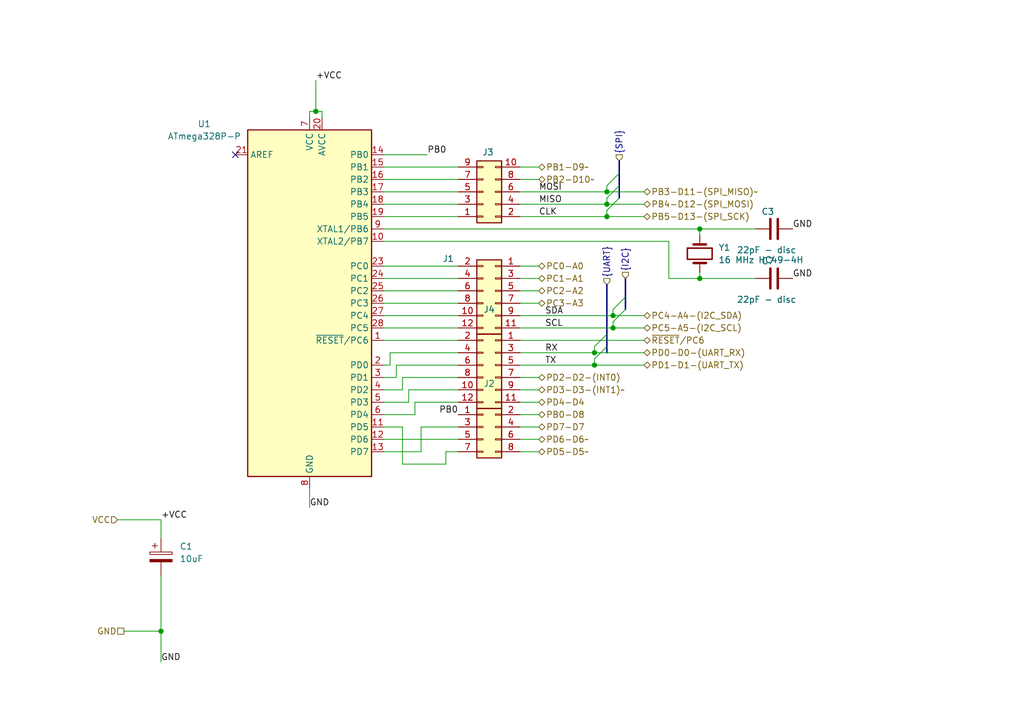
<source format=kicad_sch>
(kicad_sch (version 20250114) (generator "eeschema") (generator_version "9.0")
  (paper "A5")
  (title_block (title "MCU interfaces") (date "2024-04-17") (rev "1.0"))
  (lib_symbols
    (symbol "Connector_Generic:Conn_02x04_Odd_Even" (pin_names (offset 1.016) (hide yes))
      (property "Reference" "J" (at 1.27 5.08 0))
      (property "Value" "Conn_02x04_Odd_Even" (at 1.27 -7.62 0))
      (symbol "Conn_02x04_Odd_Even_1_1"
        (rectangle (start -1.27 3.81) (end 3.81 -6.35) (stroke (width 0.254)) (fill (type background)))
        (rectangle (start -1.27 2.667) (end 0 2.413) (stroke (width 0.1524)))
        (rectangle (start -1.27 0.127) (end 0 -0.127) (stroke (width 0.1524)))
        (rectangle (start -1.27 -2.413) (end 0 -2.667) (stroke (width 0.1524)))
        (rectangle (start -1.27 -4.953) (end 0 -5.207) (stroke (width 0.1524)))
        (rectangle (start 3.81 2.667) (end 2.54 2.413) (stroke (width 0.1524)))
        (rectangle (start 3.81 0.127) (end 2.54 -0.127) (stroke (width 0.1524)))
        (rectangle (start 3.81 -2.413) (end 2.54 -2.667) (stroke (width 0.1524)))
        (rectangle (start 3.81 -4.953) (end 2.54 -5.207) (stroke (width 0.1524)))
        (pin passive line (at -5.08 2.54 0) (length 3.81) (name "Pin_1") (number "1"))
        (pin passive line (at -5.08 0 0) (length 3.81) (name "Pin_3") (number "3"))
        (pin passive line (at -5.08 -2.54 0) (length 3.81) (name "Pin_5") (number "5"))
        (pin passive line (at -5.08 -5.08 0) (length 3.81) (name "Pin_7") (number "7"))
        (pin passive line (at 7.62 2.54 180) (length 3.81) (name "Pin_2") (number "2"))
        (pin passive line (at 7.62 0 180) (length 3.81) (name "Pin_4") (number "4"))
        (pin passive line (at 7.62 -2.54 180) (length 3.81) (name "Pin_6") (number "6"))
        (pin passive line (at 7.62 -5.08 180) (length 3.81) (name "Pin_8") (number "8"))
      )
    )
    (symbol "Connector_Generic:Conn_02x05_Odd_Even" (pin_names (offset 1.016) (hide yes))
      (property "Reference" "J" (at 1.27 7.62 0))
      (property "Value" "Conn_02x05_Odd_Even" (at 1.27 -7.62 0))
      (symbol "Conn_02x05_Odd_Even_1_1"
        (rectangle (start -1.27 6.35) (end 3.81 -6.35) (stroke (width 0.254)) (fill (type background)))
        (rectangle (start -1.27 5.207) (end 0 4.953) (stroke (width 0.1524)))
        (rectangle (start -1.27 2.667) (end 0 2.413) (stroke (width 0.1524)))
        (rectangle (start -1.27 0.127) (end 0 -0.127) (stroke (width 0.1524)))
        (rectangle (start -1.27 -2.413) (end 0 -2.667) (stroke (width 0.1524)))
        (rectangle (start -1.27 -4.953) (end 0 -5.207) (stroke (width 0.1524)))
        (rectangle (start 3.81 5.207) (end 2.54 4.953) (stroke (width 0.1524)))
        (rectangle (start 3.81 2.667) (end 2.54 2.413) (stroke (width 0.1524)))
        (rectangle (start 3.81 0.127) (end 2.54 -0.127) (stroke (width 0.1524)))
        (rectangle (start 3.81 -2.413) (end 2.54 -2.667) (stroke (width 0.1524)))
        (rectangle (start 3.81 -4.953) (end 2.54 -5.207) (stroke (width 0.1524)))
        (pin passive line (at -5.08 5.08 0) (length 3.81) (name "Pin_1") (number "1"))
        (pin passive line (at -5.08 2.54 0) (length 3.81) (name "Pin_3") (number "3"))
        (pin passive line (at -5.08 0 0) (length 3.81) (name "Pin_5") (number "5"))
        (pin passive line (at -5.08 -2.54 0) (length 3.81) (name "Pin_7") (number "7"))
        (pin passive line (at -5.08 -5.08 0) (length 3.81) (name "Pin_9") (number "9"))
        (pin passive line (at 7.62 5.08 180) (length 3.81) (name "Pin_2") (number "2"))
        (pin passive line (at 7.62 2.54 180) (length 3.81) (name "Pin_4") (number "4"))
        (pin passive line (at 7.62 0 180) (length 3.81) (name "Pin_6") (number "6"))
        (pin passive line (at 7.62 -2.54 180) (length 3.81) (name "Pin_8") (number "8"))
        (pin passive line (at 7.62 -5.08 180) (length 3.81) (name "Pin_10") (number "10"))
      )
    )
    (symbol "Connector_Generic:Conn_02x06_Odd_Even" (pin_names (offset 1.016) (hide yes))
      (property "Reference" "J" (at 1.27 7.62 0))
      (property "Value" "Conn_02x06_Odd_Even" (at 1.27 -10.16 0))
      (symbol "Conn_02x06_Odd_Even_1_1"
        (rectangle (start -1.27 6.35) (end 3.81 -8.89) (stroke (width 0.254)) (fill (type background)))
        (rectangle (start -1.27 5.207) (end 0 4.953) (stroke (width 0.1524)))
        (rectangle (start -1.27 2.667) (end 0 2.413) (stroke (width 0.1524)))
        (rectangle (start -1.27 0.127) (end 0 -0.127) (stroke (width 0.1524)))
        (rectangle (start -1.27 -2.413) (end 0 -2.667) (stroke (width 0.1524)))
        (rectangle (start -1.27 -4.953) (end 0 -5.207) (stroke (width 0.1524)))
        (rectangle (start -1.27 -7.493) (end 0 -7.747) (stroke (width 0.1524)))
        (rectangle (start 3.81 5.207) (end 2.54 4.953) (stroke (width 0.1524)))
        (rectangle (start 3.81 2.667) (end 2.54 2.413) (stroke (width 0.1524)))
        (rectangle (start 3.81 0.127) (end 2.54 -0.127) (stroke (width 0.1524)))
        (rectangle (start 3.81 -2.413) (end 2.54 -2.667) (stroke (width 0.1524)))
        (rectangle (start 3.81 -4.953) (end 2.54 -5.207) (stroke (width 0.1524)))
        (rectangle (start 3.81 -7.493) (end 2.54 -7.747) (stroke (width 0.1524)))
        (pin passive line (at -5.08 5.08 0) (length 3.81) (name "Pin_1") (number "1"))
        (pin passive line (at -5.08 2.54 0) (length 3.81) (name "Pin_3") (number "3"))
        (pin passive line (at -5.08 0 0) (length 3.81) (name "Pin_5") (number "5"))
        (pin passive line (at -5.08 -2.54 0) (length 3.81) (name "Pin_7") (number "7"))
        (pin passive line (at -5.08 -5.08 0) (length 3.81) (name "Pin_9") (number "9"))
        (pin passive line (at -5.08 -7.62 0) (length 3.81) (name "Pin_11") (number "11"))
        (pin passive line (at 7.62 5.08 180) (length 3.81) (name "Pin_2") (number "2"))
        (pin passive line (at 7.62 2.54 180) (length 3.81) (name "Pin_4") (number "4"))
        (pin passive line (at 7.62 0 180) (length 3.81) (name "Pin_6") (number "6"))
        (pin passive line (at 7.62 -2.54 180) (length 3.81) (name "Pin_8") (number "8"))
        (pin passive line (at 7.62 -5.08 180) (length 3.81) (name "Pin_10") (number "10"))
        (pin passive line (at 7.62 -7.62 180) (length 3.81) (name "Pin_12") (number "12"))
      )
    )
    (symbol "Device:C" (pin_numbers (hide yes)) (pin_names (offset 0.254))
      (property "Reference" "C" (at 0.635 2.54 0))
      (property "Value" "C" (at 0.635 -2.54 0))
      (symbol "C_0_1"
        (polyline (pts (xy -2.032 0.762) (xy 2.032 0.762)) (stroke (width 0.508)))
        (polyline (pts (xy -2.032 -0.762) (xy 2.032 -0.762)) (stroke (width 0.508)))
      )
      (symbol "C_1_1"
        (pin passive line (at 0 3.81 270) (length 2.794) (name "~") (number "1"))
        (pin passive line (at 0 -3.81 90) (length 2.794) (name "~") (number "2"))
      )
    )
    (symbol "Device:C_Polarized" (pin_numbers (hide yes)) (pin_names (offset 0.254))
      (property "Reference" "C" (at 0.635 2.54 0))
      (property "Value" "C_Polarized" (at 0.635 -2.54 0))
      (symbol "C_Polarized_0_1"
        (rectangle (start -2.286 0.508) (end 2.286 1.016))
        (polyline (pts (xy -1.778 2.286) (xy -0.762 2.286)))
        (polyline (pts (xy -1.27 2.794) (xy -1.27 1.778)))
        (rectangle (start 2.286 -0.508) (end -2.286 -1.016) (fill (type outline)))
      )
      (symbol "C_Polarized_1_1"
        (pin passive line (at 0 3.81 270) (length 2.794) (name "~") (number "1"))
        (pin passive line (at 0 -3.81 90) (length 2.794) (name "~") (number "2"))
      )
    )
    (symbol "Device:Crystal" (pin_numbers (hide yes)) (pin_names (offset 1.016) (hide yes))
      (property "Reference" "Y" (at 0 3.81 0))
      (property "Value" "Crystal" (at 0 -3.81 0))
      (symbol "Crystal_0_1"
        (polyline (pts (xy -2.54 0) (xy -1.905 0)))
        (polyline (pts (xy -1.905 -1.27) (xy -1.905 1.27)) (stroke (width 0.508)))
        (rectangle (start -1.143 2.54) (end 1.143 -2.54) (stroke (width 0.3048)))
        (polyline (pts (xy 1.905 -1.27) (xy 1.905 1.27)) (stroke (width 0.508)))
        (polyline (pts (xy 2.54 0) (xy 1.905 0)))
      )
      (symbol "Crystal_1_1"
        (pin passive line (at -3.81 0 0) (length 1.27) (name "1") (number "1"))
        (pin passive line (at 3.81 0 180) (length 1.27) (name "2") (number "2"))
      )
    )
    (symbol "MCU_Microchip_ATmega:ATmega328P-P"
      (property "Reference" "U" (at -12.7 36.83 0))
      (property "Value" "ATmega328P-P" (at 2.54 -36.83 0))
      (symbol "ATmega328P-P_0_1"
        (rectangle (start -12.7 -35.56) (end 12.7 35.56) (stroke (width 0.254)) (fill (type background)))
      )
      (symbol "ATmega328P-P_1_1"
        (pin passive line (at -15.24 30.48 0) (length 2.54) (name "AREF") (number "21"))
        (pin power_in line (at 0 38.1 270) (length 2.54) (name "VCC") (number "7"))
        (pin passive line (at 0 -38.1 90) (length 2.54) (hide yes) (name "GND") (number "22"))
        (pin power_in line (at 0 -38.1 90) (length 2.54) (name "GND") (number "8"))
        (pin power_in line (at 2.54 38.1 270) (length 2.54) (name "AVCC") (number "20"))
        (pin bidirectional line (at 15.24 30.48 180) (length 2.54) (name "PB0") (number "14"))
        (pin bidirectional line (at 15.24 27.94 180) (length 2.54) (name "PB1") (number "15"))
        (pin bidirectional line (at 15.24 25.4 180) (length 2.54) (name "PB2") (number "16"))
        (pin bidirectional line (at 15.24 22.86 180) (length 2.54) (name "PB3") (number "17"))
        (pin bidirectional line (at 15.24 20.32 180) (length 2.54) (name "PB4") (number "18"))
        (pin bidirectional line (at 15.24 17.78 180) (length 2.54) (name "PB5") (number "19"))
        (pin bidirectional line (at 15.24 15.24 180) (length 2.54) (name "XTAL1/PB6") (number "9"))
        (pin bidirectional line (at 15.24 12.7 180) (length 2.54) (name "XTAL2/PB7") (number "10"))
        (pin bidirectional line (at 15.24 7.62 180) (length 2.54) (name "PC0") (number "23"))
        (pin bidirectional line (at 15.24 5.08 180) (length 2.54) (name "PC1") (number "24"))
        (pin bidirectional line (at 15.24 2.54 180) (length 2.54) (name "PC2") (number "25"))
        (pin bidirectional line (at 15.24 0 180) (length 2.54) (name "PC3") (number "26"))
        (pin bidirectional line (at 15.24 -2.54 180) (length 2.54) (name "PC4") (number "27"))
        (pin bidirectional line (at 15.24 -5.08 180) (length 2.54) (name "PC5") (number "28"))
        (pin bidirectional line (at 15.24 -7.62 180) (length 2.54) (name "~{RESET}/PC6") (number "1"))
        (pin bidirectional line (at 15.24 -12.7 180) (length 2.54) (name "PD0") (number "2"))
        (pin bidirectional line (at 15.24 -15.24 180) (length 2.54) (name "PD1") (number "3"))
        (pin bidirectional line (at 15.24 -17.78 180) (length 2.54) (name "PD2") (number "4"))
        (pin bidirectional line (at 15.24 -20.32 180) (length 2.54) (name "PD3") (number "5"))
        (pin bidirectional line (at 15.24 -22.86 180) (length 2.54) (name "PD4") (number "6"))
        (pin bidirectional line (at 15.24 -25.4 180) (length 2.54) (name "PD5") (number "11"))
        (pin bidirectional line (at 15.24 -27.94 180) (length 2.54) (name "PD6") (number "12"))
        (pin bidirectional line (at 15.24 -30.48 180) (length 2.54) (name "PD7") (number "13"))
      )
    )
  )
  (junction (at 124.46 39.37))
  (junction (at 64.77 22.86))
  (junction (at 124.46 44.45))
  (junction (at 121.92 74.93))
  (junction (at 124.46 41.91))
  (junction (at 33.02 129.54))
  (junction (at 121.92 72.39))
  (junction (at 143.51 46.99))
  (junction (at 143.51 57.15))
  (junction (at 125.73 67.31))
  (junction (at 125.73 64.77))
  (no_connect (at 48.26 31.75))
  (bus_entry (at 124.46 40.64) (size 2.54 -2.54))
  (bus_entry (at 125.73 63.5) (size 2.54 -2.54))
  (bus_entry (at 124.46 43.18) (size 2.54 -2.54))
  (bus_entry (at 124.46 38.1) (size 2.54 -2.54))
  (bus_entry (at 125.73 66.04) (size 2.54 -2.54))
  (bus_entry (at 124.46 71.12) (size -2.54 2.54))
  (bus_entry (at 124.46 68.58) (size -2.54 2.54))
  (wire (pts (xy 78.74 39.37) (xy 93.98 39.37)))
  (wire (pts (xy 78.74 46.99) (xy 143.51 46.99)))
  (wire (pts (xy 106.68 90.17) (xy 110.49 90.17)))
  (wire (pts (xy 137.16 57.15) (xy 143.51 57.15)))
  (wire (pts (xy 125.73 67.31) (xy 132.08 67.31)))
  (wire (pts (xy 78.74 54.61) (xy 93.98 54.61)))
  (wire (pts (xy 78.74 36.83) (xy 93.98 36.83)))
  (wire (pts (xy 106.68 59.69) (xy 110.49 59.69)))
  (wire (pts (xy 143.51 46.99) (xy 154.94 46.99)))
  (wire (pts (xy 106.68 85.09) (xy 110.49 85.09)))
  (wire (pts (xy 78.74 92.71) (xy 86.36 92.71)))
  (wire (pts (xy 25.4 129.54) (xy 33.02 129.54)))
  (wire (pts (xy 106.68 67.31) (xy 125.73 67.31)))
  (wire (pts (xy 82.55 87.63) (xy 82.55 95.25)))
  (wire (pts (xy 66.04 22.86) (xy 66.04 24.13)))
  (wire (pts (xy 78.74 49.53) (xy 137.16 49.53)))
  (bus (pts (xy 128.27 60.96) (xy 128.27 63.5)))
  (wire (pts (xy 143.51 57.15) (xy 143.51 55.88)))
  (wire (pts (xy 78.74 90.17) (xy 93.98 90.17)))
  (wire (pts (xy 78.74 67.31) (xy 93.98 67.31)))
  (wire (pts (xy 106.68 62.23) (xy 110.49 62.23)))
  (wire (pts (xy 106.68 72.39) (xy 121.92 72.39)))
  (wire (pts (xy 143.51 57.15) (xy 154.94 57.15)))
  (wire (pts (xy 78.74 34.29) (xy 93.98 34.29)))
  (wire (pts (xy 106.68 36.83) (xy 110.49 36.83)))
  (wire (pts (xy 78.74 87.63) (xy 82.55 87.63)))
  (wire (pts (xy 63.5 22.86) (xy 64.77 22.86)))
  (wire (pts (xy 106.68 77.47) (xy 110.49 77.47)))
  (wire (pts (xy 86.36 87.63) (xy 93.98 87.63)))
  (wire (pts (xy 80.01 72.39) (xy 93.98 72.39)))
  (wire (pts (xy 83.82 80.01) (xy 93.98 80.01)))
  (wire (pts (xy 143.51 46.99) (xy 143.51 48.26)))
  (wire (pts (xy 78.74 85.09) (xy 85.09 85.09)))
  (wire (pts (xy 78.74 41.91) (xy 93.98 41.91)))
  (wire (pts (xy 106.68 92.71) (xy 110.49 92.71)))
  (wire (pts (xy 81.28 74.93) (xy 93.98 74.93)))
  (wire (pts (xy 85.09 85.09) (xy 85.09 82.55)))
  (wire (pts (xy 78.74 80.01) (xy 82.55 80.01)))
  (wire (pts (xy 124.46 44.45) (xy 132.08 44.45)))
  (wire (pts (xy 78.74 31.75) (xy 87.63 31.75)))
  (wire (pts (xy 121.92 73.66) (xy 121.92 74.93)))
  (wire (pts (xy 63.5 104.14) (xy 63.5 100.33)))
  (bus (pts (xy 124.46 58.42) (xy 124.46 68.58)))
  (wire (pts (xy 33.02 129.54) (xy 33.02 135.89)))
  (wire (pts (xy 78.74 62.23) (xy 93.98 62.23)))
  (wire (pts (xy 106.68 87.63) (xy 110.49 87.63)))
  (wire (pts (xy 86.36 92.71) (xy 86.36 87.63)))
  (wire (pts (xy 33.02 106.68) (xy 33.02 110.49)))
  (wire (pts (xy 33.02 118.11) (xy 33.02 129.54)))
  (wire (pts (xy 85.09 82.55) (xy 93.98 82.55)))
  (wire (pts (xy 121.92 74.93) (xy 132.08 74.93)))
  (wire (pts (xy 106.68 39.37) (xy 124.46 39.37)))
  (wire (pts (xy 124.46 41.91) (xy 132.08 41.91)))
  (wire (pts (xy 78.74 69.85) (xy 93.98 69.85)))
  (bus (pts (xy 124.46 71.12) (xy 124.46 72.39)))
  (wire (pts (xy 106.68 69.85) (xy 132.08 69.85)))
  (wire (pts (xy 78.74 64.77) (xy 93.98 64.77)))
  (wire (pts (xy 106.68 80.01) (xy 110.49 80.01)))
  (wire (pts (xy 78.74 59.69) (xy 93.98 59.69)))
  (wire (pts (xy 124.46 39.37) (xy 132.08 39.37)))
  (wire (pts (xy 78.74 74.93) (xy 80.01 74.93)))
  (wire (pts (xy 64.77 22.86) (xy 66.04 22.86)))
  (wire (pts (xy 106.68 54.61) (xy 110.49 54.61)))
  (wire (pts (xy 82.55 95.25) (xy 91.44 95.25)))
  (wire (pts (xy 106.68 82.55) (xy 110.49 82.55)))
  (wire (pts (xy 82.55 80.01) (xy 82.55 77.47)))
  (wire (pts (xy 82.55 77.47) (xy 93.98 77.47)))
  (wire (pts (xy 106.68 57.15) (xy 110.49 57.15)))
  (bus (pts (xy 127 35.56) (xy 127 38.1)))
  (wire (pts (xy 63.5 22.86) (xy 63.5 24.13)))
  (wire (pts (xy 106.68 41.91) (xy 124.46 41.91)))
  (wire (pts (xy 80.01 74.93) (xy 80.01 72.39)))
  (bus (pts (xy 127 38.1) (xy 127 40.64)))
  (bus (pts (xy 128.27 57.15) (xy 128.27 60.96)))
  (wire (pts (xy 125.73 64.77) (xy 132.08 64.77)))
  (wire (pts (xy 78.74 82.55) (xy 83.82 82.55)))
  (wire (pts (xy 83.82 82.55) (xy 83.82 80.01)))
  (wire (pts (xy 124.46 40.64) (xy 124.46 41.91)))
  (wire (pts (xy 124.46 38.1) (xy 124.46 39.37)))
  (wire (pts (xy 124.46 43.18) (xy 124.46 44.45)))
  (wire (pts (xy 64.77 16.51) (xy 64.77 22.86)))
  (bus (pts (xy 127 33.02) (xy 127 35.56)))
  (wire (pts (xy 78.74 57.15) (xy 93.98 57.15)))
  (wire (pts (xy 91.44 92.71) (xy 93.98 92.71)))
  (bus (pts (xy 124.46 68.58) (xy 124.46 71.12)))
  (wire (pts (xy 78.74 44.45) (xy 93.98 44.45)))
  (wire (pts (xy 91.44 95.25) (xy 91.44 92.71)))
  (wire (pts (xy 24.13 106.68) (xy 33.02 106.68)))
  (wire (pts (xy 81.28 77.47) (xy 81.28 74.93)))
  (wire (pts (xy 106.68 74.93) (xy 121.92 74.93)))
  (wire (pts (xy 125.73 63.5) (xy 125.73 64.77)))
  (wire (pts (xy 106.68 64.77) (xy 125.73 64.77)))
  (wire (pts (xy 106.68 44.45) (xy 124.46 44.45)))
  (wire (pts (xy 125.73 66.04) (xy 125.73 67.31)))
  (wire (pts (xy 121.92 72.39) (xy 132.08 72.39)))
  (wire (pts (xy 121.92 71.12) (xy 121.92 72.39)))
  (wire (pts (xy 137.16 49.53) (xy 137.16 57.15)))
  (wire (pts (xy 106.68 34.29) (xy 110.49 34.29)))
  (wire (pts (xy 78.74 77.47) (xy 81.28 77.47)))
  (label "SCL" (at 111.76 67.31 0))
  (label "GND" (at 162.56 46.99 0))
  (label "PB0" (at 93.98 85.09 180))
  (label "RX" (at 111.76 72.39 0))
  (label "MISO" (at 110.49 41.91 0))
  (label "GND" (at 33.02 135.89 0))
  (label "MOSI" (at 110.49 39.37 0))
  (label "CLK" (at 110.49 44.45 0))
  (label "SDA" (at 111.76 64.77 0))
  (label "+VCC" (at 64.77 16.51 0))
  (label "GND" (at 162.56 57.15 0))
  (label "PB0" (at 87.63 31.75 0))
  (label "TX" (at 111.76 74.93 0))
  (label "+VCC" (at 33.02 106.68 0))
  (label "GND" (at 63.5 104.14 0))
  (hierarchical_label "PB0-D8" (shape bidirectional) (at 110.49 85.09 0))
  (hierarchical_label "GND" (shape passive) (at 25.4 129.54 180))
  (hierarchical_label "PC4-A4-(I2C_SDA)" (shape bidirectional) (at 132.08 64.77 0))
  (hierarchical_label "PC1-A1" (shape bidirectional) (at 110.49 57.15 0))
  (hierarchical_label "PB1-D9~" (shape bidirectional) (at 110.49 34.29 0))
  (hierarchical_label "PD5-D5~" (shape bidirectional) (at 110.49 92.71 0))
  (hierarchical_label "PC2-A2" (shape bidirectional) (at 110.49 59.69 0))
  (hierarchical_label "PD0-D0-(UART_RX)" (shape bidirectional) (at 132.08 72.39 0))
  (hierarchical_label "{SPI}" (shape input) (at 127 33.02 90))
  (hierarchical_label "PC5-A5-(I2C_SCL)" (shape bidirectional) (at 132.08 67.31 0))
  (hierarchical_label "PB4-D12-(SPI_MOSI)" (shape bidirectional) (at 132.08 41.91 0))
  (hierarchical_label "PC3-A3" (shape bidirectional) (at 110.49 62.23 0))
  (hierarchical_label "PB2-D10~" (shape bidirectional) (at 110.49 36.83 0))
  (hierarchical_label "PB5-D13-(SPI_SCK)" (shape bidirectional) (at 132.08 44.45 0))
  (hierarchical_label "PD6-D6~" (shape bidirectional) (at 110.49 90.17 0))
  (hierarchical_label "PD2-D2-(INT0)" (shape bidirectional) (at 110.49 77.47 0))
  (hierarchical_label "PC0-A0" (shape bidirectional) (at 110.49 54.61 0))
  (hierarchical_label "{UART}" (shape input) (at 124.46 58.42 90))
  (hierarchical_label "PD7-D7" (shape bidirectional) (at 110.49 87.63 0))
  (hierarchical_label "PD4-D4" (shape bidirectional) (at 110.49 82.55 0))
  (hierarchical_label "PD1-D1-(UART_TX)" (shape bidirectional) (at 132.08 74.93 0))
  (hierarchical_label "PD3-D3-(INT1)~" (shape bidirectional) (at 110.49 80.01 0))
  (hierarchical_label "PB3-D11-(SPI_MISO)~" (shape bidirectional) (at 132.08 39.37 0))
  (hierarchical_label "~{RESET}/PC6" (shape bidirectional) (at 132.08 69.85 0))
  (hierarchical_label "{I2C}" (shape input) (at 128.27 57.15 90))
  (hierarchical_label "VCC" (shape input) (at 24.13 106.68 180))
  (symbol (lib_id "Device:C") (at 158.75 46.99 90) (unit 1)
    (property "Reference" "C3" (at 157.48 43.434 90))
    (property "Value" "22pF - disc" (at 157.226 51.308 90))
    (property "Footprint" "Capacitor_THT:C_Disc_D4.3mm_W1.9mm_P5.00mm" (effects (hide yes)))
    (property "Description" "Unpolarized capacitor" (effects (hide yes)))
  )
  (symbol (lib_id "Device:C") (at 158.75 57.15 90) (unit 1)
    (property "Reference" "C7" (at 157.48 53.594 90))
    (property "Value" "22pF - disc" (at 157.226 61.468 90))
    (property "Footprint" "Capacitor_THT:C_Disc_D4.3mm_W1.9mm_P5.00mm" (effects (hide yes)))
    (property "Description" "Unpolarized capacitor" (effects (hide yes)))
  )
  (symbol (lib_id "Connector_Generic:Conn_02x06_Odd_Even") (at 101.6 59.69 0) (mirror y) (unit 1) (in_bom no)
    (property "Reference" "J3" (at 100.076 31.242 0))
    (property "Value" "Conn_02x06_Odd_Even" (effects (hide yes)))
    (property "Footprint" "Connector_PinHeader_2.54mm:PinHeader_2x06_P2.54mm_Vertical" (effects (hide yes)))
    (property "Description" "Generic connector, double row, 02x06, odd/even pin numbering scheme (row 1 odd numbers, row 2 even numbers), script generated (kicad-library-utils/schlib/autogen/connector/)" (effects (hide yes)))
  )
  (symbol (lib_id "Device:Crystal") (at 143.51 52.07 90) (unit 1)
    (property "Reference" "Y1" (at 147.32 50.7999 90) (effects (justify right)))
    (property "Value" "16 MHz HC49-4H" (at 147.32 53.3399 90) (effects (justify right)))
    (property "Footprint" "Crystal:Crystal_HC49-4H_Vertical" (effects (hide yes)))
    (property "Description" "Two pin crystal" (effects (hide yes)))
  )
  (symbol (lib_id "Connector_Generic:Conn_02x05_Odd_Even") (at 99.06 39.37 0) (mirror x) (unit 1) (in_bom no)
    (property "Reference" "J1" (at 91.948 53.086 0))
    (property "Value" "Conn_02x05_Odd_Even" (effects (hide yes)))
    (property "Footprint" "Connector_PinHeader_2.54mm:PinHeader_2x05_P2.54mm_Vertical" (effects (hide yes)))
    (property "Description" "Generic connector, double row, 02x05, odd/even pin numbering scheme (row 1 odd numbers, row 2 even numbers), script generated (kicad-library-utils/schlib/autogen/connector/)" (effects (hide yes)))
  )
  (symbol (lib_id "MCU_Microchip_ATmega:ATmega328P-P") (at 63.5 62.23 0) (unit 1) (exclude_from_sim yes)
    (property "Reference" "U1" (at 41.91 25.4314 0))
    (property "Value" "ATmega328P-P" (at 41.91 27.9714 0))
    (property "Footprint" "Package_DIP:DIP-28_W7.62mm_Socket" (effects (hide yes)))
    (property "Datasheet" "http://ww1.microchip.com/downloads/en/DeviceDoc/ATmega328_P%20AVR%20MCU%20with%20picoPower%20Technology%20Data%20Sheet%2040001984A.pdf" (effects (hide yes)))
  )
  (symbol (lib_id "Device:C_Polarized") (at 33.02 114.3 0) (unit 1)
    (property "Reference" "C1" (at 36.83 112.1409 0) (effects (justify left)))
    (property "Value" "10uF" (at 36.83 114.6809 0) (effects (justify left)))
    (property "Footprint" "Capacitor_THT:C_Radial_D5.0mm_H11.0mm_P2.00mm" (effects (hide yes)))
    (property "Description" "Polarized capacitor" (effects (hide yes)))
  )
  (symbol (lib_id "Connector_Generic:Conn_02x04_Odd_Even") (at 99.06 87.63 0) (unit 1) (in_bom no)
    (property "Reference" "J2" (at 100.33 78.74 0))
    (property "Value" "Conn_02x04_Odd_Even" (effects (hide yes)))
    (property "Footprint" "Connector_PinHeader_2.54mm:PinHeader_2x04_P2.54mm_Vertical" (effects (hide yes)))
    (property "Description" "Generic connector, double row, 02x04, odd/even pin numbering scheme (row 1 odd numbers, row 2 even numbers), script generated (kicad-library-utils/schlib/autogen/connector/)" (effects (hide yes)))
  )
  (symbol (lib_id "Connector_Generic:Conn_02x06_Odd_Even") (at 101.6 74.93 0) (mirror y) (unit 1) (in_bom no)
    (property "Reference" "J4" (at 100.33 63.5 0))
    (property "Value" "Conn_02x06_Odd_Even" (effects (hide yes)))
    (property "Footprint" "Connector_PinHeader_2.54mm:PinHeader_2x06_P2.54mm_Vertical" (effects (hide yes)))
    (property "Description" "Generic connector, double row, 02x06, odd/even pin numbering scheme (row 1 odd numbers, row 2 even numbers), script generated (kicad-library-utils/schlib/autogen/connector/)" (effects (hide yes)))
  )
)
</source>
